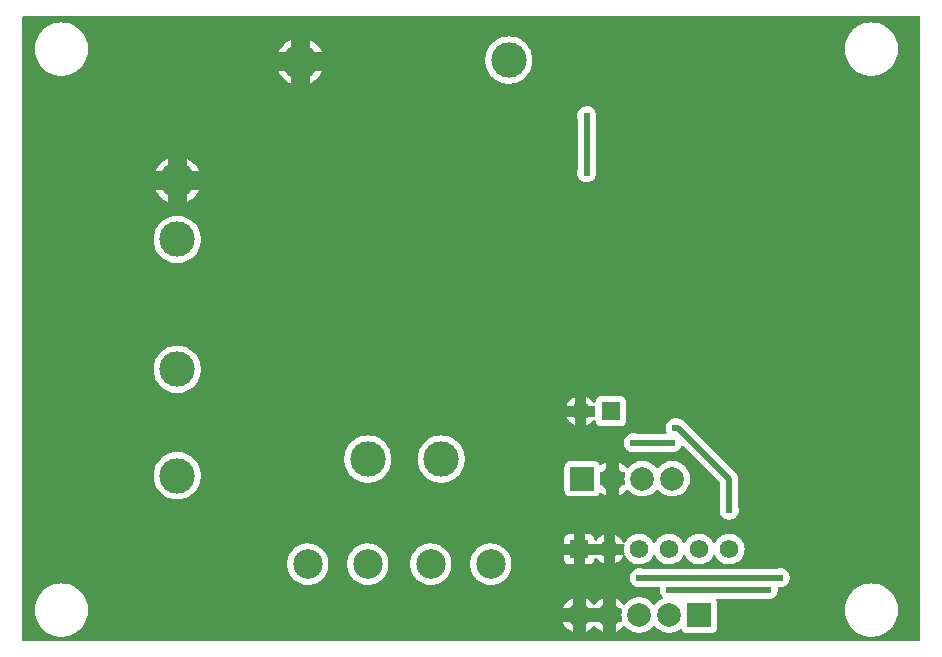
<source format=gbl>
G04 Layer: BottomLayer*
G04 EasyEDA v6.5.46, 2024-09-20 08:35:55*
G04 a7edf335d4994be98b658af7e20cc970,64d3660010d149859882a44b8c89f403,10*
G04 Gerber Generator version 0.2*
G04 Scale: 100 percent, Rotated: No, Reflected: No *
G04 Dimensions in millimeters *
G04 leading zeros omitted , absolute positions ,4 integer and 5 decimal *
%FSLAX45Y45*%
%MOMM*%

%ADD10C,0.5000*%
%ADD11R,1.5748X1.5748*%
%ADD12C,1.5748*%
%ADD13C,2.5000*%
%ADD14C,3.0000*%
%ADD15R,2.0000X2.0000*%
%ADD16C,2.0000*%
%ADD17C,0.6200*%
%ADD18C,0.0137*%

%LPD*%
G36*
X-5199532Y-3142996D02*
G01*
X-5203444Y-3142183D01*
X-5206695Y-3139998D01*
X-5208930Y-3136696D01*
X-5209692Y-3132785D01*
X-5209692Y2145080D01*
X-5208930Y2148992D01*
X-5206695Y2152243D01*
X-5203444Y2154428D01*
X-5199532Y2155240D01*
X2378303Y2155240D01*
X2382215Y2154428D01*
X2385466Y2152243D01*
X2387701Y2148992D01*
X2388463Y2145080D01*
X2388463Y-3132785D01*
X2387701Y-3136696D01*
X2385466Y-3139998D01*
X2382215Y-3142183D01*
X2378303Y-3142996D01*
G37*

%LPC*%
G36*
X1977999Y-3103321D02*
G01*
X1998776Y-3102356D01*
X2019401Y-3099460D01*
X2039670Y-3094634D01*
X2059432Y-3088030D01*
X2078482Y-3079597D01*
X2096668Y-3069488D01*
X2113838Y-3057702D01*
X2129891Y-3044393D01*
X2144623Y-3029661D01*
X2157933Y-3013659D01*
X2169668Y-2996488D01*
X2179828Y-2978302D01*
X2188210Y-2959252D01*
X2194864Y-2939491D01*
X2199640Y-2919272D01*
X2202484Y-2898648D01*
X2203450Y-2877769D01*
X2202484Y-2856941D01*
X2199640Y-2836316D01*
X2194864Y-2816098D01*
X2188210Y-2796336D01*
X2179828Y-2777286D01*
X2169668Y-2759049D01*
X2157933Y-2741930D01*
X2144623Y-2725877D01*
X2129891Y-2711196D01*
X2113838Y-2697886D01*
X2096668Y-2686100D01*
X2078482Y-2675991D01*
X2059432Y-2667558D01*
X2039670Y-2660904D01*
X2019401Y-2656128D01*
X1998776Y-2653233D01*
X1977999Y-2652268D01*
X1957171Y-2653233D01*
X1936546Y-2656128D01*
X1916277Y-2660904D01*
X1896516Y-2667558D01*
X1877466Y-2675991D01*
X1859280Y-2686100D01*
X1842109Y-2697886D01*
X1826056Y-2711196D01*
X1811324Y-2725877D01*
X1798015Y-2741930D01*
X1786280Y-2759049D01*
X1776120Y-2777286D01*
X1767738Y-2796336D01*
X1761083Y-2816098D01*
X1756308Y-2836316D01*
X1753463Y-2856941D01*
X1752498Y-2877769D01*
X1753463Y-2898648D01*
X1756308Y-2919272D01*
X1761083Y-2939491D01*
X1767738Y-2959252D01*
X1776120Y-2978302D01*
X1786280Y-2996488D01*
X1798015Y-3013659D01*
X1811324Y-3029661D01*
X1826056Y-3044393D01*
X1842109Y-3057702D01*
X1859280Y-3069488D01*
X1877466Y-3079597D01*
X1896516Y-3088030D01*
X1916277Y-3094634D01*
X1936546Y-3099460D01*
X1957171Y-3102356D01*
G37*
G36*
X-4880000Y-3103321D02*
G01*
X-4859172Y-3102356D01*
X-4838547Y-3099460D01*
X-4818278Y-3094634D01*
X-4798568Y-3088030D01*
X-4779518Y-3079597D01*
X-4761280Y-3069488D01*
X-4744110Y-3057702D01*
X-4728108Y-3044393D01*
X-4713376Y-3029661D01*
X-4700066Y-3013659D01*
X-4688281Y-2996488D01*
X-4678172Y-2978302D01*
X-4669739Y-2959252D01*
X-4663135Y-2939491D01*
X-4658360Y-2919272D01*
X-4655464Y-2898648D01*
X-4654499Y-2877769D01*
X-4655464Y-2856941D01*
X-4658360Y-2836316D01*
X-4663135Y-2816098D01*
X-4669739Y-2796336D01*
X-4678172Y-2777286D01*
X-4688281Y-2759049D01*
X-4700066Y-2741930D01*
X-4713376Y-2725877D01*
X-4728108Y-2711196D01*
X-4744110Y-2697886D01*
X-4761280Y-2686100D01*
X-4779518Y-2675991D01*
X-4798568Y-2667558D01*
X-4818278Y-2660904D01*
X-4838547Y-2656128D01*
X-4859172Y-2653233D01*
X-4880000Y-2652268D01*
X-4900828Y-2653233D01*
X-4921453Y-2656128D01*
X-4941722Y-2660904D01*
X-4961432Y-2667558D01*
X-4980482Y-2675991D01*
X-4998720Y-2686100D01*
X-5015890Y-2697886D01*
X-5031892Y-2711196D01*
X-5046624Y-2725877D01*
X-5059934Y-2741930D01*
X-5071719Y-2759049D01*
X-5081828Y-2777286D01*
X-5090261Y-2796336D01*
X-5096865Y-2816098D01*
X-5101640Y-2836316D01*
X-5104536Y-2856941D01*
X-5105501Y-2877769D01*
X-5104536Y-2898648D01*
X-5101640Y-2919272D01*
X-5096865Y-2939491D01*
X-5090261Y-2959252D01*
X-5081828Y-2978302D01*
X-5071719Y-2996488D01*
X-5059934Y-3013659D01*
X-5046624Y-3029661D01*
X-5031892Y-3044393D01*
X-5015890Y-3057702D01*
X-4998720Y-3069488D01*
X-4980482Y-3079597D01*
X-4961432Y-3088030D01*
X-4941722Y-3094634D01*
X-4921453Y-3099460D01*
X-4900828Y-3102356D01*
G37*
G36*
X12700Y-3071520D02*
G01*
X29565Y-3070555D01*
X46177Y-3067710D01*
X62382Y-3062986D01*
X77978Y-3056534D01*
X92760Y-3048406D01*
X106527Y-3038602D01*
X119126Y-3027375D01*
X130352Y-3014776D01*
X131419Y-3013303D01*
X134213Y-3010611D01*
X137769Y-3009188D01*
X141630Y-3009188D01*
X145186Y-3010611D01*
X147980Y-3013303D01*
X149047Y-3014776D01*
X160274Y-3027375D01*
X172872Y-3038602D01*
X186639Y-3048406D01*
X201422Y-3056534D01*
X217017Y-3062986D01*
X233222Y-3067710D01*
X249834Y-3070555D01*
X266700Y-3071520D01*
X283565Y-3070555D01*
X300177Y-3067710D01*
X316382Y-3062986D01*
X331978Y-3056534D01*
X346760Y-3048406D01*
X360324Y-3038805D01*
X364388Y-3037078D01*
X368808Y-3037230D01*
X372719Y-3039313D01*
X375412Y-3042818D01*
X376986Y-3046272D01*
X382066Y-3053435D01*
X388264Y-3059633D01*
X395478Y-3064713D01*
X403453Y-3068370D01*
X411937Y-3070707D01*
X421132Y-3071520D01*
X620268Y-3071520D01*
X629462Y-3070707D01*
X637946Y-3068370D01*
X645922Y-3064713D01*
X653135Y-3059633D01*
X659333Y-3053435D01*
X664413Y-3046272D01*
X668121Y-3038297D01*
X670407Y-3029712D01*
X671220Y-3020517D01*
X671220Y-2821482D01*
X670407Y-2812237D01*
X668121Y-2803702D01*
X664057Y-2795066D01*
X663092Y-2791155D01*
X663803Y-2787091D01*
X665937Y-2783687D01*
X669290Y-2781452D01*
X673252Y-2780588D01*
X1072743Y-2780588D01*
X1076706Y-2781452D01*
X1078585Y-2782163D01*
X1090117Y-2785262D01*
X1101902Y-2786481D01*
X1113790Y-2786075D01*
X1125524Y-2783941D01*
X1136751Y-2780080D01*
X1147318Y-2774645D01*
X1157020Y-2767736D01*
X1165555Y-2759506D01*
X1172819Y-2750007D01*
X1178661Y-2739644D01*
X1182928Y-2728620D01*
X1185519Y-2716987D01*
X1186383Y-2705150D01*
X1185621Y-2694990D01*
X1186281Y-2690622D01*
X1188720Y-2686913D01*
X1192479Y-2684678D01*
X1196848Y-2684170D01*
X1203604Y-2684881D01*
X1215491Y-2684424D01*
X1227226Y-2682341D01*
X1238453Y-2678480D01*
X1249019Y-2673045D01*
X1258722Y-2666136D01*
X1267256Y-2657856D01*
X1274521Y-2648407D01*
X1280363Y-2638044D01*
X1284630Y-2626918D01*
X1287221Y-2615387D01*
X1288084Y-2603449D01*
X1287221Y-2591562D01*
X1284630Y-2579979D01*
X1280363Y-2568905D01*
X1274521Y-2558491D01*
X1267256Y-2549093D01*
X1258722Y-2540812D01*
X1249019Y-2533904D01*
X1238453Y-2528519D01*
X1227226Y-2524607D01*
X1215491Y-2522524D01*
X1203604Y-2522067D01*
X1191818Y-2523337D01*
X1180287Y-2526385D01*
X1178356Y-2527147D01*
X1174394Y-2528011D01*
X44754Y-2528011D01*
X41452Y-2527503D01*
X33324Y-2524658D01*
X21590Y-2522524D01*
X9702Y-2522118D01*
X-2082Y-2523337D01*
X-13614Y-2526436D01*
X-24536Y-2531008D01*
X-34696Y-2537256D01*
X-43840Y-2544826D01*
X-51765Y-2553665D01*
X-58369Y-2563672D01*
X-63398Y-2574442D01*
X-66802Y-2585770D01*
X-68529Y-2597505D01*
X-68529Y-2609443D01*
X-66802Y-2621229D01*
X-63398Y-2632557D01*
X-58369Y-2643327D01*
X-51765Y-2653284D01*
X-43840Y-2662174D01*
X-34696Y-2669743D01*
X-24536Y-2675991D01*
X-13614Y-2680563D01*
X-2082Y-2683560D01*
X9702Y-2684881D01*
X21590Y-2684424D01*
X33324Y-2682341D01*
X41452Y-2679496D01*
X44704Y-2678988D01*
X176631Y-2678988D01*
X180898Y-2679954D01*
X184353Y-2682494D01*
X186385Y-2686304D01*
X186690Y-2690672D01*
X185470Y-2699105D01*
X185470Y-2711043D01*
X187198Y-2722829D01*
X190601Y-2734157D01*
X195630Y-2744927D01*
X202234Y-2754884D01*
X210159Y-2763774D01*
X211683Y-2764993D01*
X214274Y-2768295D01*
X215341Y-2772257D01*
X214731Y-2776372D01*
X212547Y-2779928D01*
X209092Y-2782214D01*
X201422Y-2785465D01*
X186639Y-2793593D01*
X172872Y-2803347D01*
X160274Y-2814624D01*
X149047Y-2827172D01*
X147980Y-2828645D01*
X145186Y-2831338D01*
X141630Y-2832811D01*
X137769Y-2832811D01*
X134213Y-2831338D01*
X131419Y-2828645D01*
X130352Y-2827172D01*
X119126Y-2814624D01*
X106527Y-2803347D01*
X92760Y-2793593D01*
X77978Y-2785465D01*
X62382Y-2778963D01*
X46177Y-2774238D01*
X29565Y-2771444D01*
X12700Y-2770479D01*
X-4165Y-2771444D01*
X-20777Y-2774238D01*
X-36982Y-2778963D01*
X-52578Y-2785465D01*
X-67360Y-2793593D01*
X-81127Y-2803347D01*
X-93726Y-2814624D01*
X-104952Y-2827172D01*
X-106019Y-2828645D01*
X-108813Y-2831338D01*
X-112369Y-2832811D01*
X-116230Y-2832811D01*
X-119786Y-2831338D01*
X-122580Y-2828645D01*
X-123647Y-2827172D01*
X-134874Y-2814624D01*
X-147472Y-2803347D01*
X-161239Y-2793593D01*
X-176022Y-2785465D01*
X-184962Y-2781706D01*
X-184962Y-2864612D01*
X-140919Y-2864612D01*
X-137261Y-2865374D01*
X-134061Y-2867355D01*
X-131826Y-2870301D01*
X-130810Y-2873857D01*
X-131165Y-2877667D01*
X-134010Y-2887522D01*
X-136855Y-2904134D01*
X-137769Y-2920949D01*
X-136855Y-2937865D01*
X-134010Y-2954477D01*
X-131165Y-2964332D01*
X-130810Y-2968142D01*
X-131826Y-2971647D01*
X-134061Y-2974644D01*
X-137261Y-2976626D01*
X-140919Y-2977388D01*
X-184962Y-2977388D01*
X-184962Y-3060293D01*
X-176022Y-3056534D01*
X-161239Y-3048406D01*
X-147472Y-3038602D01*
X-134874Y-3027375D01*
X-123647Y-3014776D01*
X-122580Y-3013303D01*
X-119786Y-3010611D01*
X-116230Y-3009188D01*
X-112369Y-3009188D01*
X-108813Y-3010611D01*
X-106019Y-3013303D01*
X-104952Y-3014776D01*
X-93726Y-3027375D01*
X-81127Y-3038602D01*
X-67360Y-3048406D01*
X-52578Y-3056534D01*
X-36982Y-3062986D01*
X-20777Y-3067710D01*
X-4165Y-3070555D01*
G37*
G36*
X-551637Y-3060293D02*
G01*
X-551637Y-2977388D01*
X-634593Y-2977388D01*
X-630885Y-2986278D01*
X-622706Y-3001010D01*
X-612952Y-3014776D01*
X-601726Y-3027375D01*
X-589127Y-3038602D01*
X-575360Y-3048406D01*
X-560578Y-3056534D01*
G37*
G36*
X-438962Y-3060293D02*
G01*
X-430022Y-3056534D01*
X-415239Y-3048406D01*
X-401472Y-3038602D01*
X-388874Y-3027375D01*
X-377647Y-3014776D01*
X-376580Y-3013303D01*
X-373786Y-3010611D01*
X-370230Y-3009188D01*
X-366369Y-3009188D01*
X-362813Y-3010611D01*
X-360019Y-3013303D01*
X-358952Y-3014776D01*
X-347726Y-3027375D01*
X-335127Y-3038602D01*
X-321360Y-3048406D01*
X-306578Y-3056534D01*
X-297637Y-3060293D01*
X-297637Y-2977388D01*
X-438962Y-2977388D01*
G37*
G36*
X-634593Y-2864612D02*
G01*
X-551637Y-2864612D01*
X-551637Y-2781706D01*
X-560578Y-2785465D01*
X-575360Y-2793593D01*
X-589127Y-2803347D01*
X-601726Y-2814624D01*
X-612952Y-2827172D01*
X-622706Y-2840888D01*
X-630885Y-2855722D01*
G37*
G36*
X-438962Y-2864612D02*
G01*
X-297637Y-2864612D01*
X-297637Y-2781706D01*
X-306578Y-2785465D01*
X-321360Y-2793593D01*
X-335127Y-2803347D01*
X-347726Y-2814624D01*
X-358952Y-2827172D01*
X-360019Y-2828645D01*
X-362813Y-2831338D01*
X-366369Y-2832811D01*
X-370230Y-2832811D01*
X-373786Y-2831338D01*
X-376580Y-2828645D01*
X-377647Y-2827172D01*
X-388874Y-2814624D01*
X-401472Y-2803347D01*
X-415239Y-2793593D01*
X-430022Y-2785465D01*
X-438962Y-2781706D01*
G37*
G36*
X-1748078Y-2664663D02*
G01*
X-1730044Y-2663240D01*
X-1712315Y-2659938D01*
X-1694942Y-2654960D01*
X-1678228Y-2648153D01*
X-1662277Y-2639618D01*
X-1647291Y-2629560D01*
X-1633372Y-2617978D01*
X-1620774Y-2605074D01*
X-1609598Y-2590901D01*
X-1599895Y-2575610D01*
X-1591818Y-2559456D01*
X-1585417Y-2542590D01*
X-1580845Y-2525115D01*
X-1578051Y-2507234D01*
X-1577136Y-2489149D01*
X-1578051Y-2471115D01*
X-1580845Y-2453284D01*
X-1585417Y-2435809D01*
X-1591818Y-2418943D01*
X-1599895Y-2402738D01*
X-1609598Y-2387498D01*
X-1620774Y-2373325D01*
X-1633372Y-2360422D01*
X-1647291Y-2348788D01*
X-1662277Y-2338730D01*
X-1678228Y-2330246D01*
X-1694942Y-2323439D01*
X-1712315Y-2318410D01*
X-1730044Y-2315159D01*
X-1748078Y-2313736D01*
X-1766163Y-2314194D01*
X-1784045Y-2316530D01*
X-1801622Y-2320747D01*
X-1818690Y-2326690D01*
X-1835048Y-2334260D01*
X-1850542Y-2343556D01*
X-1865020Y-2354478D01*
X-1878279Y-2366721D01*
X-1890217Y-2380335D01*
X-1900682Y-2395016D01*
X-1909572Y-2410764D01*
X-1916785Y-2427325D01*
X-1922272Y-2444496D01*
X-1925980Y-2462174D01*
X-1927860Y-2480157D01*
X-1927860Y-2498242D01*
X-1925980Y-2516225D01*
X-1922272Y-2533904D01*
X-1916785Y-2551074D01*
X-1909572Y-2567635D01*
X-1900682Y-2583332D01*
X-1890217Y-2598064D01*
X-1878279Y-2611628D01*
X-1865020Y-2623921D01*
X-1850542Y-2634742D01*
X-1835048Y-2644038D01*
X-1818690Y-2651709D01*
X-1801622Y-2657652D01*
X-1784045Y-2661869D01*
X-1766163Y-2664155D01*
G37*
G36*
X-1240078Y-2664663D02*
G01*
X-1222044Y-2663240D01*
X-1204315Y-2659938D01*
X-1186942Y-2654960D01*
X-1170228Y-2648153D01*
X-1154277Y-2639618D01*
X-1139291Y-2629560D01*
X-1125372Y-2617978D01*
X-1112774Y-2605074D01*
X-1101598Y-2590901D01*
X-1091895Y-2575610D01*
X-1083818Y-2559456D01*
X-1077417Y-2542590D01*
X-1072845Y-2525115D01*
X-1070051Y-2507234D01*
X-1069136Y-2489149D01*
X-1070051Y-2471115D01*
X-1072845Y-2453284D01*
X-1077417Y-2435809D01*
X-1083818Y-2418943D01*
X-1091895Y-2402738D01*
X-1101598Y-2387498D01*
X-1112774Y-2373325D01*
X-1125372Y-2360422D01*
X-1139291Y-2348788D01*
X-1154277Y-2338730D01*
X-1170228Y-2330246D01*
X-1186942Y-2323439D01*
X-1204315Y-2318410D01*
X-1222044Y-2315159D01*
X-1240078Y-2313736D01*
X-1258163Y-2314194D01*
X-1276045Y-2316530D01*
X-1293622Y-2320747D01*
X-1310690Y-2326690D01*
X-1327048Y-2334260D01*
X-1342542Y-2343556D01*
X-1357020Y-2354478D01*
X-1370279Y-2366721D01*
X-1382217Y-2380335D01*
X-1392682Y-2395016D01*
X-1401572Y-2410764D01*
X-1408785Y-2427325D01*
X-1414272Y-2444496D01*
X-1417980Y-2462174D01*
X-1419860Y-2480157D01*
X-1419860Y-2498242D01*
X-1417980Y-2516225D01*
X-1414272Y-2533904D01*
X-1408785Y-2551074D01*
X-1401572Y-2567635D01*
X-1392682Y-2583332D01*
X-1382217Y-2598064D01*
X-1370279Y-2611628D01*
X-1357020Y-2623921D01*
X-1342542Y-2634742D01*
X-1327048Y-2644038D01*
X-1310690Y-2651709D01*
X-1293622Y-2657652D01*
X-1276045Y-2661869D01*
X-1258163Y-2664155D01*
G37*
G36*
X-2789478Y-2664663D02*
G01*
X-2771444Y-2663240D01*
X-2753664Y-2659938D01*
X-2736342Y-2654960D01*
X-2719628Y-2648153D01*
X-2703677Y-2639618D01*
X-2688691Y-2629560D01*
X-2674772Y-2617978D01*
X-2662174Y-2605074D01*
X-2650998Y-2590901D01*
X-2641295Y-2575610D01*
X-2633218Y-2559456D01*
X-2626817Y-2542590D01*
X-2622245Y-2525115D01*
X-2619451Y-2507234D01*
X-2618536Y-2489149D01*
X-2619451Y-2471115D01*
X-2622245Y-2453284D01*
X-2626817Y-2435809D01*
X-2633218Y-2418943D01*
X-2641295Y-2402738D01*
X-2650998Y-2387498D01*
X-2662174Y-2373325D01*
X-2674772Y-2360422D01*
X-2688691Y-2348788D01*
X-2703677Y-2338730D01*
X-2719628Y-2330246D01*
X-2736342Y-2323439D01*
X-2753664Y-2318410D01*
X-2771444Y-2315159D01*
X-2789478Y-2313736D01*
X-2807512Y-2314194D01*
X-2825445Y-2316530D01*
X-2843022Y-2320747D01*
X-2860090Y-2326690D01*
X-2876448Y-2334260D01*
X-2891942Y-2343556D01*
X-2906420Y-2354478D01*
X-2919679Y-2366721D01*
X-2931617Y-2380335D01*
X-2942082Y-2395016D01*
X-2950972Y-2410764D01*
X-2958185Y-2427325D01*
X-2963672Y-2444496D01*
X-2967380Y-2462174D01*
X-2969260Y-2480157D01*
X-2969260Y-2498242D01*
X-2967380Y-2516225D01*
X-2963672Y-2533904D01*
X-2958185Y-2551074D01*
X-2950972Y-2567635D01*
X-2942082Y-2583332D01*
X-2931617Y-2598064D01*
X-2919679Y-2611628D01*
X-2906420Y-2623921D01*
X-2891942Y-2634742D01*
X-2876448Y-2644038D01*
X-2860090Y-2651709D01*
X-2843022Y-2657652D01*
X-2825445Y-2661869D01*
X-2807512Y-2664155D01*
G37*
G36*
X-2281478Y-2664663D02*
G01*
X-2263444Y-2663240D01*
X-2245664Y-2659938D01*
X-2228342Y-2654960D01*
X-2211628Y-2648153D01*
X-2195677Y-2639618D01*
X-2180691Y-2629560D01*
X-2166772Y-2617978D01*
X-2154174Y-2605074D01*
X-2142998Y-2590901D01*
X-2133295Y-2575610D01*
X-2125218Y-2559456D01*
X-2118817Y-2542590D01*
X-2114245Y-2525115D01*
X-2111451Y-2507234D01*
X-2110536Y-2489149D01*
X-2111451Y-2471115D01*
X-2114245Y-2453284D01*
X-2118817Y-2435809D01*
X-2125218Y-2418943D01*
X-2133295Y-2402738D01*
X-2142998Y-2387498D01*
X-2154174Y-2373325D01*
X-2166772Y-2360422D01*
X-2180691Y-2348788D01*
X-2195677Y-2338730D01*
X-2211628Y-2330246D01*
X-2228342Y-2323439D01*
X-2245664Y-2318410D01*
X-2263444Y-2315159D01*
X-2281478Y-2313736D01*
X-2299512Y-2314194D01*
X-2317445Y-2316530D01*
X-2335022Y-2320747D01*
X-2352090Y-2326690D01*
X-2368448Y-2334260D01*
X-2383942Y-2343556D01*
X-2398420Y-2354478D01*
X-2411679Y-2366721D01*
X-2423617Y-2380335D01*
X-2434082Y-2395016D01*
X-2442972Y-2410764D01*
X-2450185Y-2427325D01*
X-2455672Y-2444496D01*
X-2459380Y-2462174D01*
X-2461260Y-2480157D01*
X-2461260Y-2498242D01*
X-2459380Y-2516225D01*
X-2455672Y-2533904D01*
X-2450185Y-2551074D01*
X-2442972Y-2567635D01*
X-2434082Y-2583332D01*
X-2423617Y-2598064D01*
X-2411679Y-2611628D01*
X-2398420Y-2623921D01*
X-2383942Y-2634742D01*
X-2368448Y-2644038D01*
X-2352090Y-2651709D01*
X-2335022Y-2657652D01*
X-2317445Y-2661869D01*
X-2299512Y-2664155D01*
G37*
G36*
X-573582Y-2491384D02*
G01*
X-541020Y-2491384D01*
X-541020Y-2407869D01*
X-624535Y-2407869D01*
X-624535Y-2440533D01*
X-623722Y-2449728D01*
X-621436Y-2458161D01*
X-617728Y-2466136D01*
X-612698Y-2473350D01*
X-606450Y-2479598D01*
X-599287Y-2484628D01*
X-591312Y-2488387D01*
X-582777Y-2490622D01*
G37*
G36*
X-449580Y-2491384D02*
G01*
X-417017Y-2491384D01*
X-407822Y-2490622D01*
X-399288Y-2488387D01*
X-391312Y-2484628D01*
X-384149Y-2479598D01*
X-377901Y-2473350D01*
X-372872Y-2466136D01*
X-369163Y-2458161D01*
X-366877Y-2449728D01*
X-366064Y-2440178D01*
X-364845Y-2436215D01*
X-362153Y-2433116D01*
X-358444Y-2431288D01*
X-354330Y-2431034D01*
X-350469Y-2432507D01*
X-347472Y-2435402D01*
X-344017Y-2440584D01*
X-334010Y-2452217D01*
X-322732Y-2462580D01*
X-310286Y-2471420D01*
X-296875Y-2478836D01*
X-287020Y-2482799D01*
X-287020Y-2407869D01*
X-449580Y-2407869D01*
G37*
G36*
X16510Y-2491384D02*
G01*
X31800Y-2489962D01*
X46736Y-2486863D01*
X61264Y-2481986D01*
X75082Y-2475331D01*
X88036Y-2467152D01*
X99923Y-2457551D01*
X110591Y-2446528D01*
X119887Y-2434336D01*
X127660Y-2421178D01*
X130302Y-2415184D01*
X132435Y-2412085D01*
X135585Y-2409952D01*
X139293Y-2409190D01*
X143052Y-2409748D01*
X146304Y-2411679D01*
X148640Y-2414676D01*
X155448Y-2427884D01*
X163982Y-2440584D01*
X173990Y-2452217D01*
X185267Y-2462580D01*
X197713Y-2471420D01*
X211124Y-2478836D01*
X225298Y-2484577D01*
X240080Y-2488641D01*
X255219Y-2490876D01*
X270510Y-2491384D01*
X285800Y-2489962D01*
X300736Y-2486863D01*
X315264Y-2481986D01*
X329082Y-2475331D01*
X342036Y-2467152D01*
X353923Y-2457551D01*
X364591Y-2446528D01*
X373888Y-2434336D01*
X381660Y-2421178D01*
X384302Y-2415184D01*
X386435Y-2412085D01*
X389585Y-2409952D01*
X393293Y-2409190D01*
X397052Y-2409748D01*
X400304Y-2411679D01*
X402640Y-2414676D01*
X409448Y-2427884D01*
X417982Y-2440584D01*
X427990Y-2452217D01*
X439267Y-2462580D01*
X451713Y-2471420D01*
X465124Y-2478836D01*
X479298Y-2484577D01*
X494080Y-2488641D01*
X509219Y-2490876D01*
X524510Y-2491384D01*
X539800Y-2489962D01*
X554736Y-2486863D01*
X569264Y-2481986D01*
X583082Y-2475331D01*
X596036Y-2467152D01*
X607923Y-2457551D01*
X618591Y-2446528D01*
X627888Y-2434336D01*
X635660Y-2421178D01*
X638302Y-2415184D01*
X640435Y-2412085D01*
X643585Y-2409952D01*
X647293Y-2409190D01*
X651052Y-2409748D01*
X654304Y-2411679D01*
X656640Y-2414676D01*
X663448Y-2427884D01*
X671982Y-2440584D01*
X681990Y-2452217D01*
X693267Y-2462580D01*
X705713Y-2471420D01*
X719124Y-2478836D01*
X733298Y-2484577D01*
X748080Y-2488641D01*
X763219Y-2490876D01*
X778510Y-2491384D01*
X793800Y-2489962D01*
X808736Y-2486863D01*
X823264Y-2481986D01*
X837082Y-2475331D01*
X850036Y-2467152D01*
X861923Y-2457551D01*
X872591Y-2446528D01*
X881887Y-2434336D01*
X889660Y-2421178D01*
X895807Y-2407208D01*
X900277Y-2392578D01*
X903020Y-2377490D01*
X903935Y-2362149D01*
X903020Y-2346909D01*
X900277Y-2331821D01*
X895807Y-2317191D01*
X889660Y-2303221D01*
X881887Y-2290013D01*
X872591Y-2277872D01*
X861923Y-2266848D01*
X850036Y-2257247D01*
X837082Y-2249068D01*
X823264Y-2242413D01*
X808736Y-2237536D01*
X793800Y-2234438D01*
X778510Y-2233015D01*
X763219Y-2233472D01*
X748080Y-2235758D01*
X733298Y-2239822D01*
X719124Y-2245563D01*
X705713Y-2252980D01*
X693267Y-2261819D01*
X681990Y-2272182D01*
X671982Y-2283815D01*
X663448Y-2296515D01*
X656640Y-2309723D01*
X654304Y-2312720D01*
X651052Y-2314651D01*
X647293Y-2315210D01*
X643585Y-2314448D01*
X640435Y-2312263D01*
X638302Y-2309215D01*
X635660Y-2303221D01*
X627888Y-2290013D01*
X618591Y-2277872D01*
X607923Y-2266848D01*
X596036Y-2257247D01*
X583082Y-2249068D01*
X569264Y-2242413D01*
X554736Y-2237536D01*
X539800Y-2234438D01*
X524510Y-2233015D01*
X509219Y-2233472D01*
X494080Y-2235758D01*
X479298Y-2239822D01*
X465124Y-2245563D01*
X451713Y-2252980D01*
X439267Y-2261819D01*
X427990Y-2272182D01*
X417982Y-2283815D01*
X409448Y-2296515D01*
X402640Y-2309723D01*
X400304Y-2312720D01*
X397052Y-2314651D01*
X393293Y-2315210D01*
X389585Y-2314448D01*
X386435Y-2312263D01*
X384302Y-2309215D01*
X381660Y-2303221D01*
X373888Y-2290013D01*
X364591Y-2277872D01*
X353923Y-2266848D01*
X342036Y-2257247D01*
X329082Y-2249068D01*
X315264Y-2242413D01*
X300736Y-2237536D01*
X285800Y-2234438D01*
X270510Y-2233015D01*
X255219Y-2233472D01*
X240080Y-2235758D01*
X225298Y-2239822D01*
X211124Y-2245563D01*
X197713Y-2252980D01*
X185267Y-2261819D01*
X173990Y-2272182D01*
X163982Y-2283815D01*
X155448Y-2296515D01*
X148640Y-2309723D01*
X146304Y-2312720D01*
X143052Y-2314651D01*
X139293Y-2315210D01*
X135585Y-2314448D01*
X132435Y-2312263D01*
X130302Y-2309215D01*
X127660Y-2303221D01*
X119887Y-2290013D01*
X110591Y-2277872D01*
X99923Y-2266848D01*
X88036Y-2257247D01*
X75082Y-2249068D01*
X61264Y-2242413D01*
X46736Y-2237536D01*
X31800Y-2234438D01*
X16510Y-2233015D01*
X1219Y-2233472D01*
X-13919Y-2235758D01*
X-28702Y-2239822D01*
X-42875Y-2245563D01*
X-56286Y-2252980D01*
X-68732Y-2261819D01*
X-80010Y-2272182D01*
X-90017Y-2283815D01*
X-98552Y-2296515D01*
X-105359Y-2309723D01*
X-107696Y-2312720D01*
X-110947Y-2314651D01*
X-114706Y-2315210D01*
X-118414Y-2314448D01*
X-121564Y-2312263D01*
X-123698Y-2309215D01*
X-126339Y-2303221D01*
X-134112Y-2290013D01*
X-143408Y-2277872D01*
X-154076Y-2266848D01*
X-165963Y-2257247D01*
X-178917Y-2249068D01*
X-192735Y-2242413D01*
X-195580Y-2241448D01*
X-195580Y-2316480D01*
X-121869Y-2316480D01*
X-118262Y-2317089D01*
X-115163Y-2318969D01*
X-112877Y-2321915D01*
X-111760Y-2325370D01*
X-111963Y-2328976D01*
X-114503Y-2339340D01*
X-116281Y-2354580D01*
X-116281Y-2369820D01*
X-114503Y-2385009D01*
X-111963Y-2395321D01*
X-111760Y-2399030D01*
X-112877Y-2402484D01*
X-115163Y-2405380D01*
X-118262Y-2407259D01*
X-121869Y-2407869D01*
X-195580Y-2407869D01*
X-195580Y-2482900D01*
X-192735Y-2481986D01*
X-178917Y-2475331D01*
X-165963Y-2467152D01*
X-154076Y-2457551D01*
X-143408Y-2446528D01*
X-134112Y-2434336D01*
X-126339Y-2421178D01*
X-123698Y-2415184D01*
X-121564Y-2412085D01*
X-118414Y-2409952D01*
X-114706Y-2409190D01*
X-110947Y-2409748D01*
X-107696Y-2411679D01*
X-105359Y-2414676D01*
X-98552Y-2427884D01*
X-90017Y-2440584D01*
X-80010Y-2452217D01*
X-68732Y-2462580D01*
X-56286Y-2471420D01*
X-42875Y-2478836D01*
X-28702Y-2484577D01*
X-13919Y-2488641D01*
X1219Y-2490876D01*
G37*
G36*
X-624535Y-2316480D02*
G01*
X-541020Y-2316480D01*
X-541020Y-2232964D01*
X-573582Y-2232964D01*
X-582777Y-2233726D01*
X-591312Y-2236012D01*
X-599287Y-2239772D01*
X-606450Y-2244801D01*
X-612698Y-2251049D01*
X-617728Y-2258263D01*
X-621436Y-2266188D01*
X-623722Y-2274671D01*
X-624535Y-2283866D01*
G37*
G36*
X-449580Y-2316480D02*
G01*
X-287020Y-2316480D01*
X-287020Y-2241499D01*
X-296875Y-2245563D01*
X-310286Y-2252980D01*
X-322732Y-2261819D01*
X-334010Y-2272182D01*
X-344017Y-2283815D01*
X-347472Y-2288997D01*
X-350469Y-2291842D01*
X-354330Y-2293315D01*
X-358444Y-2293112D01*
X-362153Y-2291283D01*
X-364845Y-2288133D01*
X-366064Y-2284171D01*
X-366877Y-2274671D01*
X-369163Y-2266188D01*
X-372872Y-2258263D01*
X-377901Y-2251049D01*
X-384149Y-2244801D01*
X-391312Y-2239772D01*
X-399288Y-2236012D01*
X-407822Y-2233726D01*
X-417017Y-2232964D01*
X-449580Y-2232964D01*
G37*
G36*
X771702Y-2113381D02*
G01*
X783590Y-2112975D01*
X795324Y-2110841D01*
X806551Y-2106980D01*
X817118Y-2101545D01*
X826820Y-2094636D01*
X835355Y-2086406D01*
X842619Y-2076907D01*
X848461Y-2066543D01*
X852728Y-2055520D01*
X855319Y-2043887D01*
X856183Y-2032050D01*
X855319Y-2020112D01*
X852728Y-2008479D01*
X850950Y-2003907D01*
X850290Y-2000351D01*
X850239Y-1762760D01*
X849426Y-1753920D01*
X849020Y-1751533D01*
X846124Y-1740611D01*
X842721Y-1732432D01*
X841654Y-1730298D01*
X837082Y-1722678D01*
X835660Y-1720697D01*
X830021Y-1713890D01*
X394360Y-1278280D01*
X385572Y-1271219D01*
X375818Y-1265529D01*
X367639Y-1262176D01*
X357022Y-1259382D01*
X350266Y-1258570D01*
X348132Y-1258062D01*
X338124Y-1254658D01*
X326390Y-1252524D01*
X314502Y-1252118D01*
X302717Y-1253337D01*
X291185Y-1256436D01*
X280263Y-1261008D01*
X270103Y-1267256D01*
X260959Y-1274826D01*
X253034Y-1283665D01*
X246430Y-1293672D01*
X241401Y-1304442D01*
X237998Y-1315770D01*
X236270Y-1327505D01*
X236270Y-1339494D01*
X237998Y-1351229D01*
X241401Y-1362557D01*
X245110Y-1370482D01*
X246075Y-1374444D01*
X245414Y-1378508D01*
X243230Y-1381912D01*
X239877Y-1384147D01*
X235915Y-1385011D01*
X-6096Y-1385011D01*
X-9347Y-1384503D01*
X-17475Y-1381658D01*
X-29209Y-1379524D01*
X-41097Y-1379118D01*
X-52882Y-1380337D01*
X-64414Y-1383436D01*
X-75336Y-1388008D01*
X-85496Y-1394256D01*
X-94640Y-1401826D01*
X-102565Y-1410665D01*
X-109169Y-1420672D01*
X-114198Y-1431442D01*
X-117602Y-1442770D01*
X-119329Y-1454505D01*
X-119329Y-1466494D01*
X-117602Y-1478229D01*
X-114198Y-1489557D01*
X-109169Y-1500327D01*
X-102565Y-1510284D01*
X-94640Y-1519174D01*
X-85496Y-1526743D01*
X-75336Y-1532991D01*
X-64414Y-1537563D01*
X-52882Y-1540662D01*
X-41097Y-1541881D01*
X-29209Y-1541475D01*
X-17475Y-1539341D01*
X-9347Y-1536496D01*
X-6045Y-1535988D01*
X259943Y-1535988D01*
X263906Y-1536852D01*
X265785Y-1537563D01*
X277317Y-1540662D01*
X289102Y-1541881D01*
X300990Y-1541475D01*
X312724Y-1539341D01*
X323951Y-1535480D01*
X334518Y-1530045D01*
X344220Y-1523136D01*
X352755Y-1514906D01*
X360019Y-1505407D01*
X365861Y-1495044D01*
X369062Y-1486662D01*
X371246Y-1483258D01*
X374548Y-1480972D01*
X378460Y-1480159D01*
X382422Y-1480870D01*
X385775Y-1483156D01*
X696315Y-1793697D01*
X698550Y-1796948D01*
X699312Y-1800860D01*
X699312Y-1999132D01*
X698855Y-2002078D01*
X695198Y-2014270D01*
X693470Y-2026005D01*
X693470Y-2037994D01*
X695198Y-2049729D01*
X698601Y-2061057D01*
X703630Y-2071827D01*
X710234Y-2081784D01*
X718159Y-2090674D01*
X727303Y-2098243D01*
X737463Y-2104491D01*
X748385Y-2109063D01*
X759917Y-2112162D01*
G37*
G36*
X-3898900Y-1940407D02*
G01*
X-3879240Y-1939442D01*
X-3859784Y-1936496D01*
X-3840683Y-1931720D01*
X-3822192Y-1925167D01*
X-3804361Y-1916684D01*
X-3787495Y-1906625D01*
X-3771696Y-1894890D01*
X-3757117Y-1881682D01*
X-3743909Y-1867103D01*
X-3732174Y-1851253D01*
X-3722065Y-1834388D01*
X-3713683Y-1816658D01*
X-3707028Y-1798116D01*
X-3702253Y-1778965D01*
X-3699357Y-1759559D01*
X-3698392Y-1739849D01*
X-3699357Y-1720240D01*
X-3702253Y-1700784D01*
X-3707028Y-1681683D01*
X-3713683Y-1663141D01*
X-3722065Y-1645361D01*
X-3732174Y-1628495D01*
X-3743909Y-1612696D01*
X-3757117Y-1598117D01*
X-3771696Y-1584909D01*
X-3787495Y-1573174D01*
X-3804361Y-1563065D01*
X-3822192Y-1554632D01*
X-3840683Y-1548079D01*
X-3859784Y-1543304D01*
X-3879240Y-1540357D01*
X-3898900Y-1539392D01*
X-3918559Y-1540357D01*
X-3938015Y-1543304D01*
X-3957065Y-1548079D01*
X-3975608Y-1554632D01*
X-3993387Y-1563065D01*
X-4010253Y-1573174D01*
X-4026052Y-1584909D01*
X-4040632Y-1598117D01*
X-4053890Y-1612696D01*
X-4065574Y-1628495D01*
X-4075684Y-1645361D01*
X-4084116Y-1663141D01*
X-4090720Y-1681683D01*
X-4095546Y-1700784D01*
X-4098391Y-1720240D01*
X-4099356Y-1739849D01*
X-4098391Y-1759559D01*
X-4095546Y-1778965D01*
X-4090720Y-1798116D01*
X-4084116Y-1816658D01*
X-4075684Y-1834388D01*
X-4065574Y-1851253D01*
X-4053890Y-1867103D01*
X-4040632Y-1881682D01*
X-4026052Y-1894890D01*
X-4010253Y-1906625D01*
X-3993387Y-1916684D01*
X-3975608Y-1925167D01*
X-3957065Y-1931720D01*
X-3938015Y-1936496D01*
X-3918559Y-1939442D01*
G37*
G36*
X-569468Y-1915820D02*
G01*
X-370332Y-1915820D01*
X-361137Y-1915007D01*
X-352653Y-1912670D01*
X-344678Y-1909013D01*
X-337464Y-1903933D01*
X-331266Y-1897735D01*
X-326186Y-1890572D01*
X-324612Y-1887118D01*
X-321919Y-1883613D01*
X-318008Y-1881530D01*
X-313588Y-1881378D01*
X-309524Y-1883105D01*
X-295960Y-1892706D01*
X-281178Y-1900834D01*
X-272237Y-1904593D01*
X-272237Y-1821688D01*
X-309219Y-1821688D01*
X-313131Y-1820824D01*
X-316433Y-1818690D01*
X-318617Y-1815338D01*
X-319379Y-1811477D01*
X-319379Y-1719122D01*
X-318617Y-1715211D01*
X-316433Y-1711909D01*
X-313131Y-1709724D01*
X-309219Y-1708912D01*
X-272237Y-1708912D01*
X-272237Y-1626006D01*
X-281178Y-1629765D01*
X-295960Y-1637893D01*
X-309524Y-1647494D01*
X-313588Y-1649222D01*
X-318008Y-1649018D01*
X-321919Y-1646986D01*
X-324612Y-1643481D01*
X-326186Y-1640027D01*
X-331266Y-1632864D01*
X-337464Y-1626666D01*
X-344678Y-1621586D01*
X-352653Y-1617929D01*
X-361137Y-1615592D01*
X-370332Y-1614779D01*
X-569468Y-1614779D01*
X-578662Y-1615592D01*
X-587146Y-1617929D01*
X-595122Y-1621586D01*
X-602335Y-1626666D01*
X-608533Y-1632864D01*
X-613613Y-1640027D01*
X-617321Y-1648002D01*
X-619607Y-1656537D01*
X-620369Y-1665782D01*
X-620369Y-1864817D01*
X-619607Y-1874012D01*
X-617321Y-1882597D01*
X-613613Y-1890572D01*
X-608533Y-1897735D01*
X-602335Y-1903933D01*
X-595122Y-1909013D01*
X-587146Y-1912670D01*
X-578662Y-1915007D01*
G37*
G36*
X38100Y-1915820D02*
G01*
X54965Y-1914855D01*
X71577Y-1912010D01*
X87782Y-1907286D01*
X103378Y-1900834D01*
X118160Y-1892706D01*
X131927Y-1882902D01*
X144526Y-1871675D01*
X155752Y-1859076D01*
X156819Y-1857603D01*
X159613Y-1854911D01*
X163169Y-1853488D01*
X167030Y-1853488D01*
X170586Y-1854911D01*
X173380Y-1857603D01*
X174447Y-1859076D01*
X185674Y-1871675D01*
X198272Y-1882902D01*
X212039Y-1892706D01*
X226821Y-1900834D01*
X242417Y-1907286D01*
X258622Y-1912010D01*
X275234Y-1914855D01*
X292100Y-1915820D01*
X308965Y-1914855D01*
X325577Y-1912010D01*
X341782Y-1907286D01*
X357378Y-1900834D01*
X372160Y-1892706D01*
X385927Y-1882902D01*
X398526Y-1871675D01*
X409752Y-1859076D01*
X419506Y-1845310D01*
X427685Y-1830578D01*
X434136Y-1814982D01*
X438810Y-1798777D01*
X441655Y-1782165D01*
X442569Y-1765249D01*
X441655Y-1748434D01*
X438810Y-1731822D01*
X434136Y-1715617D01*
X427685Y-1700022D01*
X419506Y-1685188D01*
X409752Y-1671472D01*
X398526Y-1658924D01*
X385927Y-1647698D01*
X372160Y-1637893D01*
X357378Y-1629765D01*
X341782Y-1623263D01*
X325577Y-1618589D01*
X308965Y-1615744D01*
X292100Y-1614779D01*
X275234Y-1615744D01*
X258622Y-1618589D01*
X242417Y-1623263D01*
X226821Y-1629765D01*
X212039Y-1637893D01*
X198272Y-1647698D01*
X185674Y-1658924D01*
X174447Y-1671472D01*
X173380Y-1672945D01*
X170586Y-1675638D01*
X167030Y-1677111D01*
X163169Y-1677111D01*
X159613Y-1675638D01*
X156819Y-1672945D01*
X155752Y-1671472D01*
X144526Y-1658924D01*
X131927Y-1647698D01*
X118160Y-1637893D01*
X103378Y-1629765D01*
X87782Y-1623263D01*
X71577Y-1618589D01*
X54965Y-1615744D01*
X38100Y-1614779D01*
X21234Y-1615744D01*
X4622Y-1618589D01*
X-11582Y-1623263D01*
X-27178Y-1629765D01*
X-41960Y-1637893D01*
X-55727Y-1647698D01*
X-68326Y-1658924D01*
X-79552Y-1671472D01*
X-80619Y-1672945D01*
X-83413Y-1675638D01*
X-86969Y-1677111D01*
X-90830Y-1677111D01*
X-94386Y-1675638D01*
X-97180Y-1672945D01*
X-98247Y-1671472D01*
X-109474Y-1658924D01*
X-122072Y-1647698D01*
X-135839Y-1637893D01*
X-150622Y-1629765D01*
X-159562Y-1626006D01*
X-159562Y-1708912D01*
X-115519Y-1708912D01*
X-111861Y-1709674D01*
X-108661Y-1711655D01*
X-106426Y-1714601D01*
X-105410Y-1718157D01*
X-105765Y-1721967D01*
X-108610Y-1731822D01*
X-111455Y-1748434D01*
X-112369Y-1765249D01*
X-111455Y-1782165D01*
X-108610Y-1798777D01*
X-105765Y-1808632D01*
X-105410Y-1812442D01*
X-106426Y-1815947D01*
X-108661Y-1818944D01*
X-111861Y-1820925D01*
X-115519Y-1821688D01*
X-159562Y-1821688D01*
X-159562Y-1904593D01*
X-150622Y-1900834D01*
X-135839Y-1892706D01*
X-122072Y-1882902D01*
X-109474Y-1871675D01*
X-98247Y-1859076D01*
X-97180Y-1857603D01*
X-94386Y-1854911D01*
X-90830Y-1853488D01*
X-86969Y-1853488D01*
X-83413Y-1854911D01*
X-80619Y-1857603D01*
X-79552Y-1859076D01*
X-68326Y-1871675D01*
X-55727Y-1882902D01*
X-41960Y-1892706D01*
X-27178Y-1900834D01*
X-11582Y-1907286D01*
X4622Y-1912010D01*
X21234Y-1914855D01*
G37*
G36*
X-2286000Y-1800707D02*
G01*
X-2266340Y-1799742D01*
X-2246884Y-1796796D01*
X-2227783Y-1792020D01*
X-2209292Y-1785467D01*
X-2191512Y-1776984D01*
X-2174595Y-1766925D01*
X-2158796Y-1755190D01*
X-2144217Y-1741982D01*
X-2131009Y-1727403D01*
X-2119274Y-1711553D01*
X-2109165Y-1694688D01*
X-2100783Y-1676958D01*
X-2094128Y-1658416D01*
X-2089353Y-1639265D01*
X-2086457Y-1619859D01*
X-2085492Y-1600250D01*
X-2086457Y-1580540D01*
X-2089353Y-1561084D01*
X-2094128Y-1541983D01*
X-2100783Y-1523441D01*
X-2109165Y-1505661D01*
X-2119274Y-1488795D01*
X-2131009Y-1472996D01*
X-2144217Y-1458417D01*
X-2158796Y-1445209D01*
X-2174595Y-1433474D01*
X-2191512Y-1423365D01*
X-2209292Y-1414932D01*
X-2227783Y-1408379D01*
X-2246884Y-1403604D01*
X-2266340Y-1400657D01*
X-2286000Y-1399692D01*
X-2305659Y-1400657D01*
X-2325116Y-1403604D01*
X-2344216Y-1408379D01*
X-2362708Y-1414932D01*
X-2380488Y-1423365D01*
X-2397353Y-1433474D01*
X-2413203Y-1445209D01*
X-2427782Y-1458417D01*
X-2440990Y-1472996D01*
X-2452674Y-1488795D01*
X-2462784Y-1505661D01*
X-2471216Y-1523441D01*
X-2477820Y-1541983D01*
X-2482646Y-1561084D01*
X-2485491Y-1580540D01*
X-2486456Y-1600250D01*
X-2485491Y-1619859D01*
X-2482646Y-1639265D01*
X-2477820Y-1658416D01*
X-2471216Y-1676958D01*
X-2462784Y-1694688D01*
X-2452674Y-1711553D01*
X-2440990Y-1727403D01*
X-2427782Y-1741982D01*
X-2413203Y-1755190D01*
X-2397353Y-1766925D01*
X-2380488Y-1776984D01*
X-2362708Y-1785467D01*
X-2344216Y-1792020D01*
X-2325116Y-1796796D01*
X-2305659Y-1799742D01*
G37*
G36*
X-1663700Y-1800707D02*
G01*
X-1644040Y-1799742D01*
X-1624584Y-1796796D01*
X-1605483Y-1792020D01*
X-1586992Y-1785467D01*
X-1569212Y-1776984D01*
X-1552295Y-1766925D01*
X-1536496Y-1755190D01*
X-1521917Y-1741982D01*
X-1508709Y-1727403D01*
X-1496974Y-1711553D01*
X-1486865Y-1694688D01*
X-1478483Y-1676958D01*
X-1471828Y-1658416D01*
X-1467053Y-1639265D01*
X-1464157Y-1619859D01*
X-1463192Y-1600250D01*
X-1464157Y-1580540D01*
X-1467053Y-1561084D01*
X-1471828Y-1541983D01*
X-1478483Y-1523441D01*
X-1486865Y-1505661D01*
X-1496974Y-1488795D01*
X-1508709Y-1472996D01*
X-1521917Y-1458417D01*
X-1536496Y-1445209D01*
X-1552295Y-1433474D01*
X-1569212Y-1423365D01*
X-1586992Y-1414932D01*
X-1605483Y-1408379D01*
X-1624584Y-1403604D01*
X-1644040Y-1400657D01*
X-1663700Y-1399692D01*
X-1683359Y-1400657D01*
X-1702816Y-1403604D01*
X-1721916Y-1408379D01*
X-1740407Y-1414932D01*
X-1758188Y-1423365D01*
X-1775053Y-1433474D01*
X-1790903Y-1445209D01*
X-1805482Y-1458417D01*
X-1818690Y-1472996D01*
X-1830374Y-1488795D01*
X-1840484Y-1505661D01*
X-1848916Y-1523441D01*
X-1855520Y-1541983D01*
X-1860346Y-1561084D01*
X-1863191Y-1580540D01*
X-1864156Y-1600250D01*
X-1863191Y-1619859D01*
X-1860346Y-1639265D01*
X-1855520Y-1658416D01*
X-1848916Y-1676958D01*
X-1840484Y-1694688D01*
X-1830374Y-1711553D01*
X-1818690Y-1727403D01*
X-1805482Y-1741982D01*
X-1790903Y-1755190D01*
X-1775053Y-1766925D01*
X-1758188Y-1776984D01*
X-1740407Y-1785467D01*
X-1721916Y-1792020D01*
X-1702816Y-1796796D01*
X-1683359Y-1799742D01*
G37*
G36*
X-306882Y-1322984D02*
G01*
X-150317Y-1322984D01*
X-141122Y-1322222D01*
X-132588Y-1319987D01*
X-124612Y-1316228D01*
X-117449Y-1311198D01*
X-111201Y-1304950D01*
X-106172Y-1297736D01*
X-102463Y-1289761D01*
X-100177Y-1281328D01*
X-99364Y-1272133D01*
X-99364Y-1115466D01*
X-100177Y-1106271D01*
X-102463Y-1097788D01*
X-106172Y-1089863D01*
X-111201Y-1082649D01*
X-117449Y-1076401D01*
X-124612Y-1071372D01*
X-132588Y-1067612D01*
X-141122Y-1065326D01*
X-150317Y-1064564D01*
X-306882Y-1064564D01*
X-316077Y-1065326D01*
X-324612Y-1067612D01*
X-332587Y-1071372D01*
X-339750Y-1076401D01*
X-345998Y-1082649D01*
X-351028Y-1089863D01*
X-354736Y-1097788D01*
X-357022Y-1106271D01*
X-357835Y-1115568D01*
X-359054Y-1119632D01*
X-361797Y-1122781D01*
X-365556Y-1124610D01*
X-369773Y-1124712D01*
X-373634Y-1123188D01*
X-376580Y-1120140D01*
X-377596Y-1118463D01*
X-387248Y-1106627D01*
X-398221Y-1095908D01*
X-410413Y-1086612D01*
X-423570Y-1078788D01*
X-436880Y-1072946D01*
X-436880Y-1148080D01*
X-367995Y-1148080D01*
X-364083Y-1148842D01*
X-360832Y-1151077D01*
X-358597Y-1154379D01*
X-357835Y-1158240D01*
X-357835Y-1229309D01*
X-358597Y-1233220D01*
X-360832Y-1236522D01*
X-364083Y-1238707D01*
X-367995Y-1239469D01*
X-436880Y-1239469D01*
X-436880Y-1314399D01*
X-430530Y-1312062D01*
X-416864Y-1305052D01*
X-404215Y-1296517D01*
X-392582Y-1286510D01*
X-382270Y-1275181D01*
X-376224Y-1266799D01*
X-373227Y-1264005D01*
X-369366Y-1262634D01*
X-365302Y-1262938D01*
X-361645Y-1264818D01*
X-359003Y-1267917D01*
X-357835Y-1271828D01*
X-357022Y-1281328D01*
X-354736Y-1289761D01*
X-351028Y-1297736D01*
X-345998Y-1304950D01*
X-339750Y-1311198D01*
X-332587Y-1316228D01*
X-324612Y-1319987D01*
X-316077Y-1322222D01*
G37*
G36*
X-528320Y-1314399D02*
G01*
X-528320Y-1239469D01*
X-603250Y-1239469D01*
X-599236Y-1249324D01*
X-591870Y-1262786D01*
X-582930Y-1275181D01*
X-572617Y-1286510D01*
X-560984Y-1296517D01*
X-548335Y-1305052D01*
X-534670Y-1312062D01*
G37*
G36*
X-603300Y-1148080D02*
G01*
X-528320Y-1148080D01*
X-528320Y-1072946D01*
X-541629Y-1078788D01*
X-554786Y-1086612D01*
X-566978Y-1095908D01*
X-577951Y-1106627D01*
X-587603Y-1118463D01*
X-595782Y-1131417D01*
X-602335Y-1145184D01*
G37*
G36*
X-3898900Y-1040485D02*
G01*
X-3879240Y-1039520D01*
X-3859784Y-1036624D01*
X-3840683Y-1031849D01*
X-3822192Y-1025194D01*
X-3804361Y-1016762D01*
X-3787495Y-1006652D01*
X-3771696Y-994918D01*
X-3757117Y-981710D01*
X-3743909Y-967130D01*
X-3732174Y-951331D01*
X-3722065Y-934516D01*
X-3713683Y-916686D01*
X-3707028Y-898144D01*
X-3702253Y-879043D01*
X-3699357Y-859586D01*
X-3698392Y-839927D01*
X-3699357Y-820369D01*
X-3702253Y-800862D01*
X-3707028Y-781761D01*
X-3713683Y-763219D01*
X-3722065Y-745490D01*
X-3732174Y-728573D01*
X-3743909Y-712825D01*
X-3757117Y-698246D01*
X-3771696Y-685038D01*
X-3787495Y-673303D01*
X-3804361Y-663143D01*
X-3822192Y-654761D01*
X-3840683Y-648106D01*
X-3859784Y-643382D01*
X-3879240Y-640486D01*
X-3898900Y-639521D01*
X-3918559Y-640486D01*
X-3938015Y-643382D01*
X-3957065Y-648106D01*
X-3975608Y-654761D01*
X-3993387Y-663143D01*
X-4010253Y-673303D01*
X-4026052Y-685038D01*
X-4040632Y-698246D01*
X-4053890Y-712825D01*
X-4065574Y-728573D01*
X-4075684Y-745490D01*
X-4084116Y-763219D01*
X-4090720Y-781761D01*
X-4095546Y-800862D01*
X-4098391Y-820369D01*
X-4099356Y-839927D01*
X-4098391Y-859586D01*
X-4095546Y-879043D01*
X-4090720Y-898144D01*
X-4084116Y-916686D01*
X-4075684Y-934516D01*
X-4065574Y-951331D01*
X-4053890Y-967130D01*
X-4040632Y-981710D01*
X-4026052Y-994918D01*
X-4010253Y-1006652D01*
X-3993387Y-1016762D01*
X-3975608Y-1025194D01*
X-3957065Y-1031849D01*
X-3938015Y-1036624D01*
X-3918559Y-1039520D01*
G37*
G36*
X-3898900Y59639D02*
G01*
X-3879240Y60604D01*
X-3859784Y63449D01*
X-3840683Y68224D01*
X-3822192Y74879D01*
X-3804361Y83261D01*
X-3787495Y93421D01*
X-3771696Y105156D01*
X-3757117Y118364D01*
X-3743909Y132943D01*
X-3732174Y148742D01*
X-3722065Y165608D01*
X-3713683Y183388D01*
X-3707028Y201930D01*
X-3702253Y221030D01*
X-3699357Y240487D01*
X-3698392Y260096D01*
X-3699357Y279704D01*
X-3702253Y299161D01*
X-3707028Y318262D01*
X-3713683Y336804D01*
X-3722065Y354634D01*
X-3732174Y371500D01*
X-3743909Y387248D01*
X-3757117Y401828D01*
X-3771696Y415035D01*
X-3787495Y426770D01*
X-3804361Y436930D01*
X-3822192Y445312D01*
X-3840683Y451967D01*
X-3859784Y456742D01*
X-3879240Y459587D01*
X-3898900Y460552D01*
X-3918559Y459587D01*
X-3938015Y456742D01*
X-3957065Y451967D01*
X-3975608Y445312D01*
X-3993387Y436930D01*
X-4010253Y426770D01*
X-4026052Y415035D01*
X-4040632Y401828D01*
X-4053890Y387248D01*
X-4065574Y371500D01*
X-4075684Y354634D01*
X-4084116Y336804D01*
X-4090720Y318262D01*
X-4095546Y299161D01*
X-4098391Y279704D01*
X-4099356Y260096D01*
X-4098391Y240487D01*
X-4095546Y221030D01*
X-4090720Y201930D01*
X-4084116Y183388D01*
X-4075684Y165608D01*
X-4065574Y148742D01*
X-4053890Y132943D01*
X-4040632Y118364D01*
X-4026052Y105156D01*
X-4010253Y93421D01*
X-3993387Y83261D01*
X-3975608Y74879D01*
X-3957065Y68224D01*
X-3938015Y63449D01*
X-3918559Y60604D01*
G37*
G36*
X-3817518Y577189D02*
G01*
X-3804361Y583438D01*
X-3787495Y593547D01*
X-3771696Y605282D01*
X-3757117Y618490D01*
X-3743909Y633069D01*
X-3732174Y648868D01*
X-3722065Y665683D01*
X-3715867Y678840D01*
X-3817518Y678840D01*
G37*
G36*
X-3980230Y577189D02*
G01*
X-3980230Y678840D01*
X-4081932Y678840D01*
X-4075684Y665683D01*
X-4065574Y648868D01*
X-4053890Y633069D01*
X-4040632Y618490D01*
X-4026052Y605282D01*
X-4010253Y593547D01*
X-3993387Y583438D01*
G37*
G36*
X-434797Y744118D02*
G01*
X-422909Y744524D01*
X-411175Y746658D01*
X-399948Y750519D01*
X-389382Y755954D01*
X-379679Y762863D01*
X-371144Y771093D01*
X-363880Y780592D01*
X-358038Y790956D01*
X-353771Y801979D01*
X-351180Y813612D01*
X-350316Y825449D01*
X-351180Y837387D01*
X-353771Y848969D01*
X-355650Y853846D01*
X-356311Y857453D01*
X-356311Y1276146D01*
X-355650Y1279804D01*
X-353771Y1284579D01*
X-351180Y1296212D01*
X-350316Y1308049D01*
X-351180Y1319987D01*
X-353771Y1331569D01*
X-358038Y1342644D01*
X-363880Y1353058D01*
X-371144Y1362506D01*
X-379679Y1370736D01*
X-389382Y1377645D01*
X-399948Y1383080D01*
X-411175Y1386941D01*
X-422909Y1389075D01*
X-434797Y1389481D01*
X-446582Y1388211D01*
X-458114Y1385163D01*
X-469036Y1380591D01*
X-479196Y1374343D01*
X-488340Y1366774D01*
X-496265Y1357934D01*
X-502869Y1347927D01*
X-507898Y1337157D01*
X-511301Y1325829D01*
X-513029Y1314094D01*
X-513029Y1302105D01*
X-511301Y1290370D01*
X-507746Y1278483D01*
X-507288Y1275537D01*
X-507288Y858062D01*
X-507746Y855116D01*
X-511301Y843229D01*
X-513029Y831494D01*
X-513029Y819505D01*
X-511301Y807770D01*
X-507898Y796442D01*
X-502869Y785672D01*
X-496265Y775716D01*
X-488340Y766826D01*
X-479196Y759256D01*
X-469036Y753008D01*
X-458114Y748436D01*
X-446582Y745337D01*
G37*
G36*
X-3817518Y841552D02*
G01*
X-3715867Y841552D01*
X-3722065Y854710D01*
X-3732174Y871626D01*
X-3743909Y887374D01*
X-3757117Y901953D01*
X-3771696Y915162D01*
X-3787495Y926896D01*
X-3804361Y937056D01*
X-3817518Y943305D01*
G37*
G36*
X-4081932Y841552D02*
G01*
X-3980230Y841552D01*
X-3980230Y943305D01*
X-3993387Y937056D01*
X-4010253Y926896D01*
X-4026052Y915162D01*
X-4040632Y901953D01*
X-4053890Y887374D01*
X-4065574Y871626D01*
X-4075684Y854710D01*
G37*
G36*
X-1092200Y1577492D02*
G01*
X-1072540Y1578457D01*
X-1053084Y1581404D01*
X-1033983Y1586179D01*
X-1015492Y1592732D01*
X-997712Y1601216D01*
X-980795Y1611274D01*
X-964996Y1623009D01*
X-950417Y1636217D01*
X-937209Y1650796D01*
X-925474Y1666646D01*
X-915365Y1683512D01*
X-906983Y1701241D01*
X-900328Y1719783D01*
X-895553Y1738934D01*
X-892657Y1758340D01*
X-891692Y1777949D01*
X-892657Y1797659D01*
X-895553Y1817116D01*
X-900328Y1836216D01*
X-906983Y1854758D01*
X-915365Y1872538D01*
X-925474Y1889404D01*
X-937209Y1905203D01*
X-950417Y1919782D01*
X-964996Y1932990D01*
X-980795Y1944725D01*
X-997712Y1954834D01*
X-1015492Y1963267D01*
X-1033983Y1969820D01*
X-1053084Y1974596D01*
X-1072540Y1977542D01*
X-1092200Y1978507D01*
X-1111859Y1977542D01*
X-1131316Y1974596D01*
X-1150416Y1969820D01*
X-1168908Y1963267D01*
X-1186688Y1954834D01*
X-1203553Y1944725D01*
X-1219403Y1932990D01*
X-1233982Y1919782D01*
X-1247190Y1905203D01*
X-1258874Y1889404D01*
X-1268984Y1872538D01*
X-1277416Y1854758D01*
X-1284020Y1836216D01*
X-1288846Y1817116D01*
X-1291691Y1797659D01*
X-1292656Y1777949D01*
X-1291691Y1758340D01*
X-1288846Y1738934D01*
X-1284020Y1719783D01*
X-1277416Y1701241D01*
X-1268984Y1683512D01*
X-1258874Y1666646D01*
X-1247190Y1650796D01*
X-1233982Y1636217D01*
X-1219403Y1623009D01*
X-1203553Y1611274D01*
X-1186688Y1601216D01*
X-1168908Y1592732D01*
X-1150416Y1586179D01*
X-1131316Y1581404D01*
X-1111859Y1578457D01*
G37*
G36*
X-2776169Y1582267D02*
G01*
X-2763012Y1588516D01*
X-2746095Y1598574D01*
X-2730296Y1610309D01*
X-2715717Y1623517D01*
X-2702509Y1638096D01*
X-2690774Y1653946D01*
X-2680665Y1670812D01*
X-2674467Y1683969D01*
X-2776169Y1683969D01*
G37*
G36*
X-2938830Y1582267D02*
G01*
X-2938830Y1683969D01*
X-3040532Y1683969D01*
X-3034284Y1670812D01*
X-3024174Y1653946D01*
X-3012490Y1638096D01*
X-2999282Y1623517D01*
X-2984703Y1610309D01*
X-2968853Y1598574D01*
X-2951988Y1588516D01*
G37*
G36*
X1977999Y1646478D02*
G01*
X1998776Y1647443D01*
X2019401Y1650339D01*
X2039670Y1655165D01*
X2059432Y1661769D01*
X2078482Y1670202D01*
X2096668Y1680311D01*
X2113838Y1692097D01*
X2129891Y1705406D01*
X2144623Y1720138D01*
X2157933Y1736140D01*
X2169668Y1753311D01*
X2179828Y1771497D01*
X2188210Y1790547D01*
X2194864Y1810308D01*
X2199640Y1830527D01*
X2202484Y1851152D01*
X2203450Y1872030D01*
X2202484Y1892858D01*
X2199640Y1913483D01*
X2194864Y1933702D01*
X2188210Y1953463D01*
X2179828Y1972513D01*
X2169668Y1990750D01*
X2157933Y2007870D01*
X2144623Y2023922D01*
X2129891Y2038604D01*
X2113838Y2051913D01*
X2096668Y2063699D01*
X2078482Y2073808D01*
X2059432Y2082241D01*
X2039670Y2088896D01*
X2019401Y2093671D01*
X1998776Y2096566D01*
X1977999Y2097532D01*
X1957171Y2096566D01*
X1936546Y2093671D01*
X1916277Y2088896D01*
X1896516Y2082241D01*
X1877466Y2073808D01*
X1859280Y2063699D01*
X1842109Y2051913D01*
X1826056Y2038604D01*
X1811324Y2023922D01*
X1798015Y2007870D01*
X1786280Y1990750D01*
X1776120Y1972513D01*
X1767738Y1953463D01*
X1761083Y1933702D01*
X1756308Y1913483D01*
X1753463Y1892858D01*
X1752498Y1872030D01*
X1753463Y1851152D01*
X1756308Y1830527D01*
X1761083Y1810308D01*
X1767738Y1790547D01*
X1776120Y1771497D01*
X1786280Y1753311D01*
X1798015Y1736140D01*
X1811324Y1720138D01*
X1826056Y1705406D01*
X1842109Y1692097D01*
X1859280Y1680311D01*
X1877466Y1670202D01*
X1896516Y1661769D01*
X1916277Y1655165D01*
X1936546Y1650339D01*
X1957171Y1647443D01*
G37*
G36*
X-4880000Y1646478D02*
G01*
X-4859172Y1647443D01*
X-4838547Y1650339D01*
X-4818278Y1655165D01*
X-4798568Y1661769D01*
X-4779518Y1670202D01*
X-4761280Y1680311D01*
X-4744110Y1692097D01*
X-4728108Y1705406D01*
X-4713376Y1720138D01*
X-4700066Y1736140D01*
X-4688281Y1753311D01*
X-4678172Y1771497D01*
X-4669739Y1790547D01*
X-4663135Y1810308D01*
X-4658360Y1830527D01*
X-4655464Y1851152D01*
X-4654499Y1872030D01*
X-4655464Y1892858D01*
X-4658360Y1913483D01*
X-4663135Y1933702D01*
X-4669739Y1953463D01*
X-4678172Y1972513D01*
X-4688281Y1990750D01*
X-4700066Y2007870D01*
X-4713376Y2023922D01*
X-4728108Y2038604D01*
X-4744110Y2051913D01*
X-4761280Y2063699D01*
X-4779518Y2073808D01*
X-4798568Y2082241D01*
X-4818278Y2088896D01*
X-4838547Y2093671D01*
X-4859172Y2096566D01*
X-4880000Y2097532D01*
X-4900828Y2096566D01*
X-4921453Y2093671D01*
X-4941722Y2088896D01*
X-4961432Y2082241D01*
X-4980482Y2073808D01*
X-4998720Y2063699D01*
X-5015890Y2051913D01*
X-5031892Y2038604D01*
X-5046624Y2023922D01*
X-5059934Y2007870D01*
X-5071719Y1990750D01*
X-5081828Y1972513D01*
X-5090261Y1953463D01*
X-5096865Y1933702D01*
X-5101640Y1913483D01*
X-5104536Y1892858D01*
X-5105501Y1872030D01*
X-5104536Y1851152D01*
X-5101640Y1830527D01*
X-5096865Y1810308D01*
X-5090261Y1790547D01*
X-5081828Y1771497D01*
X-5071719Y1753311D01*
X-5059934Y1736140D01*
X-5046624Y1720138D01*
X-5031892Y1705406D01*
X-5015890Y1692097D01*
X-4998720Y1680311D01*
X-4980482Y1670202D01*
X-4961432Y1661769D01*
X-4941722Y1655165D01*
X-4921453Y1650339D01*
X-4900828Y1647443D01*
G37*
G36*
X-2776169Y1846630D02*
G01*
X-2674467Y1846630D01*
X-2680665Y1859838D01*
X-2690774Y1876704D01*
X-2702509Y1892503D01*
X-2715717Y1907082D01*
X-2730296Y1920290D01*
X-2746095Y1932025D01*
X-2763012Y1942134D01*
X-2776169Y1948332D01*
G37*
G36*
X-3040532Y1846630D02*
G01*
X-2938830Y1846630D01*
X-2938830Y1948332D01*
X-2951988Y1942134D01*
X-2968853Y1932025D01*
X-2984703Y1920290D01*
X-2999282Y1907082D01*
X-3012490Y1892503D01*
X-3024174Y1876704D01*
X-3034284Y1859838D01*
G37*

%LPD*%
D10*
X266700Y-2705100D02*
G01*
X1104892Y-2705100D01*
X1104900Y-2705092D01*
X-431800Y1308100D02*
G01*
X-431800Y825502D01*
X-431800Y825502D01*
X12700Y-2603500D02*
G01*
X1206578Y-2603500D01*
X1206586Y-2603492D01*
X317500Y-1333500D02*
G01*
X342900Y-1333500D01*
X774799Y-1765396D01*
X774799Y-2031974D01*
X-38100Y-1460497D02*
G01*
X292097Y-1460497D01*
X292100Y-1460500D01*
D11*
G01*
X-228600Y-1193800D03*
D12*
G01*
X-482600Y-1193800D03*
G01*
X774700Y-2362200D03*
G01*
X520700Y-2362200D03*
G01*
X266700Y-2362200D03*
G01*
X12700Y-2362200D03*
G01*
X-241300Y-2362200D03*
D11*
G01*
X-495300Y-2362200D03*
D13*
G01*
X-2286000Y-2489200D03*
G01*
X-2794000Y-2489200D03*
G01*
X-1244600Y-2489200D03*
G01*
X-1752600Y-2489200D03*
D14*
G01*
X-3898900Y-1739900D03*
G01*
X-3898900Y-839978D03*
G01*
X-3898900Y260096D03*
G01*
X-3898900Y760221D03*
G01*
X-2286000Y-1600200D03*
G01*
X-1663700Y-1600200D03*
G01*
X-2857500Y1765300D03*
G01*
X-1092200Y1778000D03*
D15*
G01*
X-469900Y-1765300D03*
D16*
G01*
X-215900Y-1765300D03*
G01*
X38100Y-1765300D03*
G01*
X292100Y-1765300D03*
G01*
X-495300Y-2921000D03*
G01*
X-241300Y-2921000D03*
G01*
X12700Y-2921000D03*
G01*
X266700Y-2921000D03*
D15*
G01*
X520700Y-2921000D03*
D17*
G01*
X292100Y-1460500D03*
G01*
X-38100Y-1460500D03*
G01*
X-431800Y1308100D03*
G01*
X-431800Y825500D03*
G01*
X317500Y-1333500D03*
G01*
X774700Y-2032000D03*
G01*
X12700Y-2603500D03*
G01*
X266700Y-2705100D03*
G01*
X1104900Y-2705100D03*
G01*
X1206601Y-2603474D03*
G01*
X190500Y431800D03*
M02*

</source>
